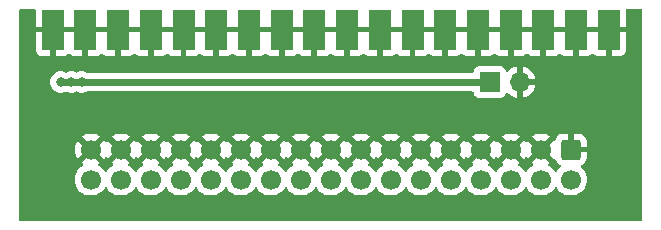
<source format=gbr>
%TF.GenerationSoftware,KiCad,Pcbnew,8.0.7*%
%TF.CreationDate,2025-01-12T23:09:12-06:00*%
%TF.ProjectId,DB37-to-IDC34-Floppy-Adapter,44423337-2d74-46f2-9d49-444333342d46,v1.0*%
%TF.SameCoordinates,Original*%
%TF.FileFunction,Copper,L2,Bot*%
%TF.FilePolarity,Positive*%
%FSLAX46Y46*%
G04 Gerber Fmt 4.6, Leading zero omitted, Abs format (unit mm)*
G04 Created by KiCad (PCBNEW 8.0.7) date 2025-01-12 23:09:12*
%MOMM*%
%LPD*%
G01*
G04 APERTURE LIST*
G04 Aperture macros list*
%AMRoundRect*
0 Rectangle with rounded corners*
0 $1 Rounding radius*
0 $2 $3 $4 $5 $6 $7 $8 $9 X,Y pos of 4 corners*
0 Add a 4 corners polygon primitive as box body*
4,1,4,$2,$3,$4,$5,$6,$7,$8,$9,$2,$3,0*
0 Add four circle primitives for the rounded corners*
1,1,$1+$1,$2,$3*
1,1,$1+$1,$4,$5*
1,1,$1+$1,$6,$7*
1,1,$1+$1,$8,$9*
0 Add four rect primitives between the rounded corners*
20,1,$1+$1,$2,$3,$4,$5,0*
20,1,$1+$1,$4,$5,$6,$7,0*
20,1,$1+$1,$6,$7,$8,$9,0*
20,1,$1+$1,$8,$9,$2,$3,0*%
G04 Aperture macros list end*
%TA.AperFunction,ComponentPad*%
%ADD10RoundRect,0.250000X-0.600000X0.600000X-0.600000X-0.600000X0.600000X-0.600000X0.600000X0.600000X0*%
%TD*%
%TA.AperFunction,ComponentPad*%
%ADD11C,1.700000*%
%TD*%
%TA.AperFunction,ComponentPad*%
%ADD12R,1.700000X1.700000*%
%TD*%
%TA.AperFunction,ComponentPad*%
%ADD13O,1.700000X1.700000*%
%TD*%
%TA.AperFunction,SMDPad,CuDef*%
%ADD14R,1.846667X3.480000*%
%TD*%
%TA.AperFunction,ViaPad*%
%ADD15C,0.800000*%
%TD*%
%TA.AperFunction,Conductor*%
%ADD16C,0.600000*%
%TD*%
G04 APERTURE END LIST*
D10*
%TO.P,J1,1,Pin_1*%
%TO.N,GND*%
X184150000Y-63500000D03*
D11*
%TO.P,J1,2,Pin_2*%
%TO.N,/SEL_8_5*%
X184150000Y-66040000D03*
%TO.P,J1,3,Pin_3*%
%TO.N,GND*%
X181610000Y-63500000D03*
%TO.P,J1,4,Pin_4*%
%TO.N,unconnected-(J1-Pin_4-Pad4)*%
X181610000Y-66040000D03*
%TO.P,J1,5,Pin_5*%
%TO.N,GND*%
X179070000Y-63500000D03*
%TO.P,J1,6,Pin_6*%
%TO.N,Net-(J1-Pin_6)*%
X179070000Y-66040000D03*
%TO.P,J1,7,Pin_7*%
%TO.N,GND*%
X176530000Y-63500000D03*
%TO.P,J1,8,Pin_8*%
%TO.N,/INDEX*%
X176530000Y-66040000D03*
%TO.P,J1,9,Pin_9*%
%TO.N,GND*%
X173990000Y-63500000D03*
%TO.P,J1,10,Pin_10*%
%TO.N,/DVSEL1*%
X173990000Y-66040000D03*
%TO.P,J1,11,Pin_11*%
%TO.N,GND*%
X171450000Y-63500000D03*
%TO.P,J1,12,Pin_12*%
%TO.N,/DVSEL2*%
X171450000Y-66040000D03*
%TO.P,J1,13,Pin_13*%
%TO.N,GND*%
X168910000Y-63500000D03*
%TO.P,J1,14,Pin_14*%
%TO.N,unconnected-(J1-Pin_14-Pad14)*%
X168910000Y-66040000D03*
%TO.P,J1,15,Pin_15*%
%TO.N,GND*%
X166370000Y-63500000D03*
%TO.P,J1,16,Pin_16*%
%TO.N,/HEAD_LOAD*%
X166370000Y-66040000D03*
%TO.P,J1,17,Pin_17*%
%TO.N,GND*%
X163830000Y-63500000D03*
%TO.P,J1,18,Pin_18*%
%TO.N,/STEP_IN*%
X163830000Y-66040000D03*
%TO.P,J1,19,Pin_19*%
%TO.N,GND*%
X161290000Y-63500000D03*
%TO.P,J1,20,Pin_20*%
%TO.N,/STEP*%
X161290000Y-66040000D03*
%TO.P,J1,21,Pin_21*%
%TO.N,GND*%
X158750000Y-63500000D03*
%TO.P,J1,22,Pin_22*%
%TO.N,/WRT_DATA*%
X158750000Y-66040000D03*
%TO.P,J1,23,Pin_23*%
%TO.N,GND*%
X156210000Y-63500000D03*
%TO.P,J1,24,Pin_24*%
%TO.N,/WRITE*%
X156210000Y-66040000D03*
%TO.P,J1,25,Pin_25*%
%TO.N,GND*%
X153670000Y-63500000D03*
%TO.P,J1,26,Pin_26*%
%TO.N,/TRK00*%
X153670000Y-66040000D03*
%TO.P,J1,27,Pin_27*%
%TO.N,GND*%
X151130000Y-63500000D03*
%TO.P,J1,28,Pin_28*%
%TO.N,/WRT_PROTECT*%
X151130000Y-66040000D03*
%TO.P,J1,29,Pin_29*%
%TO.N,GND*%
X148590000Y-63500000D03*
%TO.P,J1,30,Pin_30*%
%TO.N,/RDDATA*%
X148590000Y-66040000D03*
%TO.P,J1,31,Pin_31*%
%TO.N,GND*%
X146050000Y-63500000D03*
%TO.P,J1,32,Pin_32*%
%TO.N,/SIDE*%
X146050000Y-66040000D03*
%TO.P,J1,33,Pin_33*%
%TO.N,GND*%
X143510000Y-63500000D03*
%TO.P,J1,34,Pin_34*%
%TO.N,/READY*%
X143510000Y-66040000D03*
%TD*%
D12*
%TO.P,J3,1,Pin_1*%
%TO.N,+5V*%
X177292000Y-57785000D03*
D13*
%TO.P,J3,2,Pin_2*%
%TO.N,GND*%
X179832000Y-57785000D03*
%TD*%
D14*
%TO.P,J2,20,20*%
%TO.N,GND*%
X187375000Y-53340000D03*
%TO.P,J2,21,21*%
X184605000Y-53340000D03*
%TO.P,J2,22,22*%
X181835000Y-53340000D03*
%TO.P,J2,23,23*%
X179065000Y-53340000D03*
%TO.P,J2,24,24*%
X176295000Y-53340000D03*
%TO.P,J2,25,25*%
X173525000Y-53340000D03*
%TO.P,J2,26,26*%
X170755000Y-53340000D03*
%TO.P,J2,27,27*%
X167985000Y-53340000D03*
%TO.P,J2,28,28*%
X165215000Y-53340000D03*
%TO.P,J2,29,29*%
X162445000Y-53340000D03*
%TO.P,J2,30,30*%
X159675000Y-53340000D03*
%TO.P,J2,31,31*%
X156905000Y-53340000D03*
%TO.P,J2,32,32*%
X154135000Y-53340000D03*
%TO.P,J2,33,33*%
X151365000Y-53340000D03*
%TO.P,J2,34,34*%
X148595000Y-53340000D03*
%TO.P,J2,35,35*%
X145825000Y-53340000D03*
%TO.P,J2,36,36*%
X143055000Y-53340000D03*
%TO.P,J2,37,37*%
X140285000Y-53340000D03*
%TD*%
D15*
%TO.N,GND*%
X161417000Y-59309000D03*
X151130000Y-59309000D03*
X166243000Y-59309000D03*
X168783000Y-59309000D03*
X171450000Y-59309000D03*
X156210000Y-59309000D03*
X163830000Y-59309000D03*
X173863000Y-59309000D03*
X153670000Y-59309000D03*
X158877000Y-59309000D03*
%TO.N,+5V*%
X142748000Y-57785000D03*
X140970000Y-57785000D03*
X141859000Y-57785000D03*
%TD*%
D16*
%TO.N,+5V*%
X140970000Y-57785000D02*
X177292000Y-57785000D01*
X140970000Y-57785000D02*
X142748000Y-57785000D01*
%TD*%
%TA.AperFunction,Conductor*%
%TO.N,GND*%
G36*
X145584075Y-63692993D02*
G01*
X145649901Y-63807007D01*
X145742993Y-63900099D01*
X145857007Y-63965925D01*
X145920591Y-63982962D01*
X145288627Y-64614925D01*
X145364595Y-64668119D01*
X145408219Y-64722696D01*
X145415412Y-64792195D01*
X145383890Y-64854549D01*
X145364595Y-64871269D01*
X145178594Y-65001508D01*
X145011505Y-65168597D01*
X144881575Y-65354158D01*
X144826998Y-65397783D01*
X144757500Y-65404977D01*
X144695145Y-65373454D01*
X144678425Y-65354158D01*
X144548494Y-65168597D01*
X144381402Y-65001506D01*
X144381401Y-65001505D01*
X144195405Y-64871269D01*
X144151781Y-64816692D01*
X144144588Y-64747193D01*
X144176110Y-64684839D01*
X144195404Y-64668120D01*
X144271371Y-64614925D01*
X143639408Y-63982962D01*
X143702993Y-63965925D01*
X143817007Y-63900099D01*
X143910099Y-63807007D01*
X143975925Y-63692993D01*
X143992962Y-63629408D01*
X144624925Y-64261371D01*
X144678426Y-64184968D01*
X144733004Y-64141344D01*
X144802502Y-64134152D01*
X144864856Y-64165675D01*
X144881575Y-64184969D01*
X144935073Y-64261372D01*
X145567037Y-63629408D01*
X145584075Y-63692993D01*
G37*
%TD.AperFunction*%
%TA.AperFunction,Conductor*%
G36*
X148124075Y-63692993D02*
G01*
X148189901Y-63807007D01*
X148282993Y-63900099D01*
X148397007Y-63965925D01*
X148460591Y-63982962D01*
X147828627Y-64614925D01*
X147904595Y-64668119D01*
X147948219Y-64722696D01*
X147955412Y-64792195D01*
X147923890Y-64854549D01*
X147904595Y-64871269D01*
X147718594Y-65001508D01*
X147551505Y-65168597D01*
X147421575Y-65354158D01*
X147366998Y-65397783D01*
X147297500Y-65404977D01*
X147235145Y-65373454D01*
X147218425Y-65354158D01*
X147088494Y-65168597D01*
X146921402Y-65001506D01*
X146921401Y-65001505D01*
X146735405Y-64871269D01*
X146691781Y-64816692D01*
X146684588Y-64747193D01*
X146716110Y-64684839D01*
X146735404Y-64668120D01*
X146811371Y-64614925D01*
X146179408Y-63982962D01*
X146242993Y-63965925D01*
X146357007Y-63900099D01*
X146450099Y-63807007D01*
X146515925Y-63692993D01*
X146532962Y-63629408D01*
X147164925Y-64261371D01*
X147218426Y-64184968D01*
X147273004Y-64141344D01*
X147342502Y-64134152D01*
X147404856Y-64165675D01*
X147421575Y-64184969D01*
X147475073Y-64261372D01*
X148107037Y-63629408D01*
X148124075Y-63692993D01*
G37*
%TD.AperFunction*%
%TA.AperFunction,Conductor*%
G36*
X150664075Y-63692993D02*
G01*
X150729901Y-63807007D01*
X150822993Y-63900099D01*
X150937007Y-63965925D01*
X151000591Y-63982962D01*
X150368627Y-64614925D01*
X150444595Y-64668119D01*
X150488219Y-64722696D01*
X150495412Y-64792195D01*
X150463890Y-64854549D01*
X150444595Y-64871269D01*
X150258594Y-65001508D01*
X150091505Y-65168597D01*
X149961575Y-65354158D01*
X149906998Y-65397783D01*
X149837500Y-65404977D01*
X149775145Y-65373454D01*
X149758425Y-65354158D01*
X149628494Y-65168597D01*
X149461402Y-65001506D01*
X149461401Y-65001505D01*
X149275405Y-64871269D01*
X149231781Y-64816692D01*
X149224588Y-64747193D01*
X149256110Y-64684839D01*
X149275404Y-64668120D01*
X149351371Y-64614925D01*
X148719408Y-63982962D01*
X148782993Y-63965925D01*
X148897007Y-63900099D01*
X148990099Y-63807007D01*
X149055925Y-63692993D01*
X149072962Y-63629408D01*
X149704925Y-64261371D01*
X149758426Y-64184968D01*
X149813004Y-64141344D01*
X149882502Y-64134152D01*
X149944856Y-64165675D01*
X149961575Y-64184969D01*
X150015073Y-64261372D01*
X150647037Y-63629408D01*
X150664075Y-63692993D01*
G37*
%TD.AperFunction*%
%TA.AperFunction,Conductor*%
G36*
X153204075Y-63692993D02*
G01*
X153269901Y-63807007D01*
X153362993Y-63900099D01*
X153477007Y-63965925D01*
X153540591Y-63982962D01*
X152908627Y-64614925D01*
X152984595Y-64668119D01*
X153028219Y-64722696D01*
X153035412Y-64792195D01*
X153003890Y-64854549D01*
X152984595Y-64871269D01*
X152798594Y-65001508D01*
X152631505Y-65168597D01*
X152501575Y-65354158D01*
X152446998Y-65397783D01*
X152377500Y-65404977D01*
X152315145Y-65373454D01*
X152298425Y-65354158D01*
X152168494Y-65168597D01*
X152001402Y-65001506D01*
X152001401Y-65001505D01*
X151815405Y-64871269D01*
X151771781Y-64816692D01*
X151764588Y-64747193D01*
X151796110Y-64684839D01*
X151815404Y-64668120D01*
X151891371Y-64614925D01*
X151259408Y-63982962D01*
X151322993Y-63965925D01*
X151437007Y-63900099D01*
X151530099Y-63807007D01*
X151595925Y-63692993D01*
X151612962Y-63629408D01*
X152244925Y-64261371D01*
X152298426Y-64184968D01*
X152353004Y-64141344D01*
X152422502Y-64134152D01*
X152484856Y-64165675D01*
X152501575Y-64184969D01*
X152555073Y-64261372D01*
X153187037Y-63629408D01*
X153204075Y-63692993D01*
G37*
%TD.AperFunction*%
%TA.AperFunction,Conductor*%
G36*
X155744075Y-63692993D02*
G01*
X155809901Y-63807007D01*
X155902993Y-63900099D01*
X156017007Y-63965925D01*
X156080591Y-63982962D01*
X155448627Y-64614925D01*
X155524595Y-64668119D01*
X155568219Y-64722696D01*
X155575412Y-64792195D01*
X155543890Y-64854549D01*
X155524595Y-64871269D01*
X155338594Y-65001508D01*
X155171505Y-65168597D01*
X155041575Y-65354158D01*
X154986998Y-65397783D01*
X154917500Y-65404977D01*
X154855145Y-65373454D01*
X154838425Y-65354158D01*
X154708494Y-65168597D01*
X154541402Y-65001506D01*
X154541401Y-65001505D01*
X154355405Y-64871269D01*
X154311781Y-64816692D01*
X154304588Y-64747193D01*
X154336110Y-64684839D01*
X154355404Y-64668120D01*
X154431371Y-64614925D01*
X153799408Y-63982962D01*
X153862993Y-63965925D01*
X153977007Y-63900099D01*
X154070099Y-63807007D01*
X154135925Y-63692993D01*
X154152962Y-63629408D01*
X154784925Y-64261371D01*
X154838426Y-64184968D01*
X154893004Y-64141344D01*
X154962502Y-64134152D01*
X155024856Y-64165675D01*
X155041575Y-64184969D01*
X155095073Y-64261372D01*
X155727037Y-63629408D01*
X155744075Y-63692993D01*
G37*
%TD.AperFunction*%
%TA.AperFunction,Conductor*%
G36*
X158284075Y-63692993D02*
G01*
X158349901Y-63807007D01*
X158442993Y-63900099D01*
X158557007Y-63965925D01*
X158620591Y-63982962D01*
X157988627Y-64614925D01*
X158064595Y-64668119D01*
X158108219Y-64722696D01*
X158115412Y-64792195D01*
X158083890Y-64854549D01*
X158064595Y-64871269D01*
X157878594Y-65001508D01*
X157711505Y-65168597D01*
X157581575Y-65354158D01*
X157526998Y-65397783D01*
X157457500Y-65404977D01*
X157395145Y-65373454D01*
X157378425Y-65354158D01*
X157248494Y-65168597D01*
X157081402Y-65001506D01*
X157081401Y-65001505D01*
X156895405Y-64871269D01*
X156851781Y-64816692D01*
X156844588Y-64747193D01*
X156876110Y-64684839D01*
X156895404Y-64668120D01*
X156971371Y-64614925D01*
X156339408Y-63982962D01*
X156402993Y-63965925D01*
X156517007Y-63900099D01*
X156610099Y-63807007D01*
X156675925Y-63692993D01*
X156692962Y-63629408D01*
X157324925Y-64261371D01*
X157378426Y-64184968D01*
X157433004Y-64141344D01*
X157502502Y-64134152D01*
X157564856Y-64165675D01*
X157581575Y-64184969D01*
X157635073Y-64261372D01*
X158267037Y-63629408D01*
X158284075Y-63692993D01*
G37*
%TD.AperFunction*%
%TA.AperFunction,Conductor*%
G36*
X160824075Y-63692993D02*
G01*
X160889901Y-63807007D01*
X160982993Y-63900099D01*
X161097007Y-63965925D01*
X161160591Y-63982962D01*
X160528627Y-64614925D01*
X160604595Y-64668119D01*
X160648219Y-64722696D01*
X160655412Y-64792195D01*
X160623890Y-64854549D01*
X160604595Y-64871269D01*
X160418594Y-65001508D01*
X160251505Y-65168597D01*
X160121575Y-65354158D01*
X160066998Y-65397783D01*
X159997500Y-65404977D01*
X159935145Y-65373454D01*
X159918425Y-65354158D01*
X159788494Y-65168597D01*
X159621402Y-65001506D01*
X159621401Y-65001505D01*
X159435405Y-64871269D01*
X159391781Y-64816692D01*
X159384588Y-64747193D01*
X159416110Y-64684839D01*
X159435404Y-64668120D01*
X159511371Y-64614925D01*
X158879408Y-63982962D01*
X158942993Y-63965925D01*
X159057007Y-63900099D01*
X159150099Y-63807007D01*
X159215925Y-63692993D01*
X159232962Y-63629408D01*
X159864925Y-64261371D01*
X159918426Y-64184968D01*
X159973004Y-64141344D01*
X160042502Y-64134152D01*
X160104856Y-64165675D01*
X160121575Y-64184969D01*
X160175073Y-64261372D01*
X160807037Y-63629408D01*
X160824075Y-63692993D01*
G37*
%TD.AperFunction*%
%TA.AperFunction,Conductor*%
G36*
X163364075Y-63692993D02*
G01*
X163429901Y-63807007D01*
X163522993Y-63900099D01*
X163637007Y-63965925D01*
X163700591Y-63982962D01*
X163068627Y-64614925D01*
X163144595Y-64668119D01*
X163188219Y-64722696D01*
X163195412Y-64792195D01*
X163163890Y-64854549D01*
X163144595Y-64871269D01*
X162958594Y-65001508D01*
X162791505Y-65168597D01*
X162661575Y-65354158D01*
X162606998Y-65397783D01*
X162537500Y-65404977D01*
X162475145Y-65373454D01*
X162458425Y-65354158D01*
X162328494Y-65168597D01*
X162161402Y-65001506D01*
X162161401Y-65001505D01*
X161975405Y-64871269D01*
X161931781Y-64816692D01*
X161924588Y-64747193D01*
X161956110Y-64684839D01*
X161975404Y-64668120D01*
X162051371Y-64614925D01*
X161419408Y-63982962D01*
X161482993Y-63965925D01*
X161597007Y-63900099D01*
X161690099Y-63807007D01*
X161755925Y-63692993D01*
X161772962Y-63629408D01*
X162404925Y-64261371D01*
X162458426Y-64184968D01*
X162513004Y-64141344D01*
X162582502Y-64134152D01*
X162644856Y-64165675D01*
X162661575Y-64184969D01*
X162715073Y-64261372D01*
X163347037Y-63629408D01*
X163364075Y-63692993D01*
G37*
%TD.AperFunction*%
%TA.AperFunction,Conductor*%
G36*
X165904075Y-63692993D02*
G01*
X165969901Y-63807007D01*
X166062993Y-63900099D01*
X166177007Y-63965925D01*
X166240591Y-63982962D01*
X165608627Y-64614925D01*
X165684595Y-64668119D01*
X165728219Y-64722696D01*
X165735412Y-64792195D01*
X165703890Y-64854549D01*
X165684595Y-64871269D01*
X165498594Y-65001508D01*
X165331505Y-65168597D01*
X165201575Y-65354158D01*
X165146998Y-65397783D01*
X165077500Y-65404977D01*
X165015145Y-65373454D01*
X164998425Y-65354158D01*
X164868494Y-65168597D01*
X164701402Y-65001506D01*
X164701401Y-65001505D01*
X164515405Y-64871269D01*
X164471781Y-64816692D01*
X164464588Y-64747193D01*
X164496110Y-64684839D01*
X164515404Y-64668120D01*
X164591371Y-64614925D01*
X163959408Y-63982962D01*
X164022993Y-63965925D01*
X164137007Y-63900099D01*
X164230099Y-63807007D01*
X164295925Y-63692993D01*
X164312962Y-63629408D01*
X164944925Y-64261371D01*
X164998426Y-64184968D01*
X165053004Y-64141344D01*
X165122502Y-64134152D01*
X165184856Y-64165675D01*
X165201575Y-64184969D01*
X165255073Y-64261372D01*
X165887037Y-63629408D01*
X165904075Y-63692993D01*
G37*
%TD.AperFunction*%
%TA.AperFunction,Conductor*%
G36*
X168444075Y-63692993D02*
G01*
X168509901Y-63807007D01*
X168602993Y-63900099D01*
X168717007Y-63965925D01*
X168780591Y-63982962D01*
X168148627Y-64614925D01*
X168224595Y-64668119D01*
X168268219Y-64722696D01*
X168275412Y-64792195D01*
X168243890Y-64854549D01*
X168224595Y-64871269D01*
X168038594Y-65001508D01*
X167871505Y-65168597D01*
X167741575Y-65354158D01*
X167686998Y-65397783D01*
X167617500Y-65404977D01*
X167555145Y-65373454D01*
X167538425Y-65354158D01*
X167408494Y-65168597D01*
X167241402Y-65001506D01*
X167241401Y-65001505D01*
X167055405Y-64871269D01*
X167011781Y-64816692D01*
X167004588Y-64747193D01*
X167036110Y-64684839D01*
X167055404Y-64668120D01*
X167131371Y-64614925D01*
X166499408Y-63982962D01*
X166562993Y-63965925D01*
X166677007Y-63900099D01*
X166770099Y-63807007D01*
X166835925Y-63692993D01*
X166852962Y-63629408D01*
X167484925Y-64261371D01*
X167538426Y-64184968D01*
X167593004Y-64141344D01*
X167662502Y-64134152D01*
X167724856Y-64165675D01*
X167741575Y-64184969D01*
X167795073Y-64261372D01*
X168427037Y-63629408D01*
X168444075Y-63692993D01*
G37*
%TD.AperFunction*%
%TA.AperFunction,Conductor*%
G36*
X170984075Y-63692993D02*
G01*
X171049901Y-63807007D01*
X171142993Y-63900099D01*
X171257007Y-63965925D01*
X171320591Y-63982962D01*
X170688627Y-64614925D01*
X170764595Y-64668119D01*
X170808219Y-64722696D01*
X170815412Y-64792195D01*
X170783890Y-64854549D01*
X170764595Y-64871269D01*
X170578594Y-65001508D01*
X170411505Y-65168597D01*
X170281575Y-65354158D01*
X170226998Y-65397783D01*
X170157500Y-65404977D01*
X170095145Y-65373454D01*
X170078425Y-65354158D01*
X169948494Y-65168597D01*
X169781402Y-65001506D01*
X169781401Y-65001505D01*
X169595405Y-64871269D01*
X169551781Y-64816692D01*
X169544588Y-64747193D01*
X169576110Y-64684839D01*
X169595404Y-64668120D01*
X169671371Y-64614925D01*
X169039408Y-63982962D01*
X169102993Y-63965925D01*
X169217007Y-63900099D01*
X169310099Y-63807007D01*
X169375925Y-63692993D01*
X169392962Y-63629408D01*
X170024925Y-64261371D01*
X170078426Y-64184968D01*
X170133004Y-64141344D01*
X170202502Y-64134152D01*
X170264856Y-64165675D01*
X170281575Y-64184969D01*
X170335073Y-64261372D01*
X170967037Y-63629408D01*
X170984075Y-63692993D01*
G37*
%TD.AperFunction*%
%TA.AperFunction,Conductor*%
G36*
X173524075Y-63692993D02*
G01*
X173589901Y-63807007D01*
X173682993Y-63900099D01*
X173797007Y-63965925D01*
X173860591Y-63982962D01*
X173228627Y-64614925D01*
X173304595Y-64668119D01*
X173348219Y-64722696D01*
X173355412Y-64792195D01*
X173323890Y-64854549D01*
X173304595Y-64871269D01*
X173118594Y-65001508D01*
X172951505Y-65168597D01*
X172821575Y-65354158D01*
X172766998Y-65397783D01*
X172697500Y-65404977D01*
X172635145Y-65373454D01*
X172618425Y-65354158D01*
X172488494Y-65168597D01*
X172321402Y-65001506D01*
X172321401Y-65001505D01*
X172135405Y-64871269D01*
X172091781Y-64816692D01*
X172084588Y-64747193D01*
X172116110Y-64684839D01*
X172135404Y-64668120D01*
X172211371Y-64614925D01*
X171579408Y-63982962D01*
X171642993Y-63965925D01*
X171757007Y-63900099D01*
X171850099Y-63807007D01*
X171915925Y-63692993D01*
X171932962Y-63629408D01*
X172564925Y-64261371D01*
X172618426Y-64184968D01*
X172673004Y-64141344D01*
X172742502Y-64134152D01*
X172804856Y-64165675D01*
X172821575Y-64184969D01*
X172875073Y-64261372D01*
X173507037Y-63629408D01*
X173524075Y-63692993D01*
G37*
%TD.AperFunction*%
%TA.AperFunction,Conductor*%
G36*
X176064075Y-63692993D02*
G01*
X176129901Y-63807007D01*
X176222993Y-63900099D01*
X176337007Y-63965925D01*
X176400591Y-63982962D01*
X175768627Y-64614925D01*
X175844595Y-64668119D01*
X175888219Y-64722696D01*
X175895412Y-64792195D01*
X175863890Y-64854549D01*
X175844595Y-64871269D01*
X175658594Y-65001508D01*
X175491505Y-65168597D01*
X175361575Y-65354158D01*
X175306998Y-65397783D01*
X175237500Y-65404977D01*
X175175145Y-65373454D01*
X175158425Y-65354158D01*
X175028494Y-65168597D01*
X174861402Y-65001506D01*
X174861401Y-65001505D01*
X174675405Y-64871269D01*
X174631781Y-64816692D01*
X174624588Y-64747193D01*
X174656110Y-64684839D01*
X174675404Y-64668120D01*
X174751371Y-64614925D01*
X174119408Y-63982962D01*
X174182993Y-63965925D01*
X174297007Y-63900099D01*
X174390099Y-63807007D01*
X174455925Y-63692993D01*
X174472962Y-63629408D01*
X175104925Y-64261371D01*
X175158426Y-64184968D01*
X175213004Y-64141344D01*
X175282502Y-64134152D01*
X175344856Y-64165675D01*
X175361575Y-64184969D01*
X175415073Y-64261372D01*
X176047037Y-63629408D01*
X176064075Y-63692993D01*
G37*
%TD.AperFunction*%
%TA.AperFunction,Conductor*%
G36*
X178604075Y-63692993D02*
G01*
X178669901Y-63807007D01*
X178762993Y-63900099D01*
X178877007Y-63965925D01*
X178940591Y-63982962D01*
X178308627Y-64614925D01*
X178384595Y-64668119D01*
X178428219Y-64722696D01*
X178435412Y-64792195D01*
X178403890Y-64854549D01*
X178384595Y-64871269D01*
X178198594Y-65001508D01*
X178031505Y-65168597D01*
X177901575Y-65354158D01*
X177846998Y-65397783D01*
X177777500Y-65404977D01*
X177715145Y-65373454D01*
X177698425Y-65354158D01*
X177568494Y-65168597D01*
X177401402Y-65001506D01*
X177401401Y-65001505D01*
X177215405Y-64871269D01*
X177171781Y-64816692D01*
X177164588Y-64747193D01*
X177196110Y-64684839D01*
X177215404Y-64668120D01*
X177291371Y-64614925D01*
X176659408Y-63982962D01*
X176722993Y-63965925D01*
X176837007Y-63900099D01*
X176930099Y-63807007D01*
X176995925Y-63692993D01*
X177012962Y-63629408D01*
X177644925Y-64261371D01*
X177698426Y-64184968D01*
X177753004Y-64141344D01*
X177822502Y-64134152D01*
X177884856Y-64165675D01*
X177901575Y-64184969D01*
X177955073Y-64261372D01*
X178587037Y-63629408D01*
X178604075Y-63692993D01*
G37*
%TD.AperFunction*%
%TA.AperFunction,Conductor*%
G36*
X181144075Y-63692993D02*
G01*
X181209901Y-63807007D01*
X181302993Y-63900099D01*
X181417007Y-63965925D01*
X181480591Y-63982962D01*
X180848627Y-64614925D01*
X180924595Y-64668119D01*
X180968219Y-64722696D01*
X180975412Y-64792195D01*
X180943890Y-64854549D01*
X180924595Y-64871269D01*
X180738594Y-65001508D01*
X180571505Y-65168597D01*
X180441575Y-65354158D01*
X180386998Y-65397783D01*
X180317500Y-65404977D01*
X180255145Y-65373454D01*
X180238425Y-65354158D01*
X180108494Y-65168597D01*
X179941402Y-65001506D01*
X179941401Y-65001505D01*
X179755405Y-64871269D01*
X179711781Y-64816692D01*
X179704588Y-64747193D01*
X179736110Y-64684839D01*
X179755404Y-64668120D01*
X179831371Y-64614925D01*
X179199408Y-63982962D01*
X179262993Y-63965925D01*
X179377007Y-63900099D01*
X179470099Y-63807007D01*
X179535925Y-63692993D01*
X179552962Y-63629408D01*
X180184925Y-64261371D01*
X180238426Y-64184968D01*
X180293004Y-64141344D01*
X180362502Y-64134152D01*
X180424856Y-64165675D01*
X180441575Y-64184969D01*
X180495073Y-64261372D01*
X181127037Y-63629408D01*
X181144075Y-63692993D01*
G37*
%TD.AperFunction*%
%TA.AperFunction,Conductor*%
G36*
X182729157Y-64265603D02*
G01*
X182781704Y-64276164D01*
X182831887Y-64324779D01*
X182841717Y-64346921D01*
X182865641Y-64419119D01*
X182865643Y-64419124D01*
X182957684Y-64568345D01*
X183081654Y-64692315D01*
X183230875Y-64784356D01*
X183230882Y-64784359D01*
X183239712Y-64787285D01*
X183297157Y-64827057D01*
X183323981Y-64891572D01*
X183311667Y-64960348D01*
X183282318Y-64997567D01*
X183282427Y-64997676D01*
X183281511Y-64998591D01*
X183280419Y-64999977D01*
X183278597Y-65001505D01*
X183111505Y-65168597D01*
X182981575Y-65354158D01*
X182926998Y-65397783D01*
X182857500Y-65404977D01*
X182795145Y-65373454D01*
X182778425Y-65354158D01*
X182648494Y-65168597D01*
X182481402Y-65001506D01*
X182481401Y-65001505D01*
X182295405Y-64871269D01*
X182251781Y-64816692D01*
X182244588Y-64747193D01*
X182276110Y-64684839D01*
X182295404Y-64668120D01*
X182371371Y-64614925D01*
X181739408Y-63982962D01*
X181802993Y-63965925D01*
X181917007Y-63900099D01*
X182010099Y-63807007D01*
X182075925Y-63692993D01*
X182092962Y-63629408D01*
X182729157Y-64265603D01*
G37*
%TD.AperFunction*%
%TA.AperFunction,Conductor*%
G36*
X138804705Y-51602785D02*
G01*
X138850460Y-51655589D01*
X138861666Y-51707100D01*
X138861666Y-53090000D01*
X188798334Y-53090000D01*
X188798334Y-51707100D01*
X188818019Y-51640061D01*
X188870823Y-51594306D01*
X188922334Y-51583100D01*
X190075500Y-51583100D01*
X190142539Y-51602785D01*
X190188294Y-51655589D01*
X190199500Y-51707100D01*
X190199500Y-69425500D01*
X190179815Y-69492539D01*
X190127011Y-69538294D01*
X190075500Y-69549500D01*
X137584500Y-69549500D01*
X137517461Y-69529815D01*
X137471706Y-69477011D01*
X137460500Y-69425500D01*
X137460500Y-66039999D01*
X142154341Y-66039999D01*
X142154341Y-66040000D01*
X142174936Y-66275403D01*
X142174938Y-66275413D01*
X142236094Y-66503655D01*
X142236096Y-66503659D01*
X142236097Y-66503663D01*
X142240000Y-66512032D01*
X142335965Y-66717830D01*
X142335967Y-66717834D01*
X142444281Y-66872521D01*
X142471505Y-66911401D01*
X142638599Y-67078495D01*
X142735384Y-67146265D01*
X142832165Y-67214032D01*
X142832167Y-67214033D01*
X142832170Y-67214035D01*
X143046337Y-67313903D01*
X143274592Y-67375063D01*
X143462918Y-67391539D01*
X143509999Y-67395659D01*
X143510000Y-67395659D01*
X143510001Y-67395659D01*
X143549234Y-67392226D01*
X143745408Y-67375063D01*
X143973663Y-67313903D01*
X144187830Y-67214035D01*
X144381401Y-67078495D01*
X144548495Y-66911401D01*
X144678425Y-66725842D01*
X144733002Y-66682217D01*
X144802500Y-66675023D01*
X144864855Y-66706546D01*
X144881575Y-66725842D01*
X145011500Y-66911395D01*
X145011505Y-66911401D01*
X145178599Y-67078495D01*
X145275384Y-67146265D01*
X145372165Y-67214032D01*
X145372167Y-67214033D01*
X145372170Y-67214035D01*
X145586337Y-67313903D01*
X145814592Y-67375063D01*
X146002918Y-67391539D01*
X146049999Y-67395659D01*
X146050000Y-67395659D01*
X146050001Y-67395659D01*
X146089234Y-67392226D01*
X146285408Y-67375063D01*
X146513663Y-67313903D01*
X146727830Y-67214035D01*
X146921401Y-67078495D01*
X147088495Y-66911401D01*
X147218425Y-66725842D01*
X147273002Y-66682217D01*
X147342500Y-66675023D01*
X147404855Y-66706546D01*
X147421575Y-66725842D01*
X147551500Y-66911395D01*
X147551505Y-66911401D01*
X147718599Y-67078495D01*
X147815384Y-67146265D01*
X147912165Y-67214032D01*
X147912167Y-67214033D01*
X147912170Y-67214035D01*
X148126337Y-67313903D01*
X148354592Y-67375063D01*
X148542918Y-67391539D01*
X148589999Y-67395659D01*
X148590000Y-67395659D01*
X148590001Y-67395659D01*
X148629234Y-67392226D01*
X148825408Y-67375063D01*
X149053663Y-67313903D01*
X149267830Y-67214035D01*
X149461401Y-67078495D01*
X149628495Y-66911401D01*
X149758425Y-66725842D01*
X149813002Y-66682217D01*
X149882500Y-66675023D01*
X149944855Y-66706546D01*
X149961575Y-66725842D01*
X150091500Y-66911395D01*
X150091505Y-66911401D01*
X150258599Y-67078495D01*
X150355384Y-67146265D01*
X150452165Y-67214032D01*
X150452167Y-67214033D01*
X150452170Y-67214035D01*
X150666337Y-67313903D01*
X150894592Y-67375063D01*
X151082918Y-67391539D01*
X151129999Y-67395659D01*
X151130000Y-67395659D01*
X151130001Y-67395659D01*
X151169234Y-67392226D01*
X151365408Y-67375063D01*
X151593663Y-67313903D01*
X151807830Y-67214035D01*
X152001401Y-67078495D01*
X152168495Y-66911401D01*
X152298425Y-66725842D01*
X152353002Y-66682217D01*
X152422500Y-66675023D01*
X152484855Y-66706546D01*
X152501575Y-66725842D01*
X152631500Y-66911395D01*
X152631505Y-66911401D01*
X152798599Y-67078495D01*
X152895384Y-67146265D01*
X152992165Y-67214032D01*
X152992167Y-67214033D01*
X152992170Y-67214035D01*
X153206337Y-67313903D01*
X153434592Y-67375063D01*
X153622918Y-67391539D01*
X153669999Y-67395659D01*
X153670000Y-67395659D01*
X153670001Y-67395659D01*
X153709234Y-67392226D01*
X153905408Y-67375063D01*
X154133663Y-67313903D01*
X154347830Y-67214035D01*
X154541401Y-67078495D01*
X154708495Y-66911401D01*
X154838425Y-66725842D01*
X154893002Y-66682217D01*
X154962500Y-66675023D01*
X155024855Y-66706546D01*
X155041575Y-66725842D01*
X155171500Y-66911395D01*
X155171505Y-66911401D01*
X155338599Y-67078495D01*
X155435384Y-67146265D01*
X155532165Y-67214032D01*
X155532167Y-67214033D01*
X155532170Y-67214035D01*
X155746337Y-67313903D01*
X155974592Y-67375063D01*
X156162918Y-67391539D01*
X156209999Y-67395659D01*
X156210000Y-67395659D01*
X156210001Y-67395659D01*
X156249234Y-67392226D01*
X156445408Y-67375063D01*
X156673663Y-67313903D01*
X156887830Y-67214035D01*
X157081401Y-67078495D01*
X157248495Y-66911401D01*
X157378425Y-66725842D01*
X157433002Y-66682217D01*
X157502500Y-66675023D01*
X157564855Y-66706546D01*
X157581575Y-66725842D01*
X157711500Y-66911395D01*
X157711505Y-66911401D01*
X157878599Y-67078495D01*
X157975384Y-67146265D01*
X158072165Y-67214032D01*
X158072167Y-67214033D01*
X158072170Y-67214035D01*
X158286337Y-67313903D01*
X158514592Y-67375063D01*
X158702918Y-67391539D01*
X158749999Y-67395659D01*
X158750000Y-67395659D01*
X158750001Y-67395659D01*
X158789234Y-67392226D01*
X158985408Y-67375063D01*
X159213663Y-67313903D01*
X159427830Y-67214035D01*
X159621401Y-67078495D01*
X159788495Y-66911401D01*
X159918425Y-66725842D01*
X159973002Y-66682217D01*
X160042500Y-66675023D01*
X160104855Y-66706546D01*
X160121575Y-66725842D01*
X160251500Y-66911395D01*
X160251505Y-66911401D01*
X160418599Y-67078495D01*
X160515384Y-67146265D01*
X160612165Y-67214032D01*
X160612167Y-67214033D01*
X160612170Y-67214035D01*
X160826337Y-67313903D01*
X161054592Y-67375063D01*
X161242918Y-67391539D01*
X161289999Y-67395659D01*
X161290000Y-67395659D01*
X161290001Y-67395659D01*
X161329234Y-67392226D01*
X161525408Y-67375063D01*
X161753663Y-67313903D01*
X161967830Y-67214035D01*
X162161401Y-67078495D01*
X162328495Y-66911401D01*
X162458425Y-66725842D01*
X162513002Y-66682217D01*
X162582500Y-66675023D01*
X162644855Y-66706546D01*
X162661575Y-66725842D01*
X162791500Y-66911395D01*
X162791505Y-66911401D01*
X162958599Y-67078495D01*
X163055384Y-67146265D01*
X163152165Y-67214032D01*
X163152167Y-67214033D01*
X163152170Y-67214035D01*
X163366337Y-67313903D01*
X163594592Y-67375063D01*
X163782918Y-67391539D01*
X163829999Y-67395659D01*
X163830000Y-67395659D01*
X163830001Y-67395659D01*
X163869234Y-67392226D01*
X164065408Y-67375063D01*
X164293663Y-67313903D01*
X164507830Y-67214035D01*
X164701401Y-67078495D01*
X164868495Y-66911401D01*
X164998425Y-66725842D01*
X165053002Y-66682217D01*
X165122500Y-66675023D01*
X165184855Y-66706546D01*
X165201575Y-66725842D01*
X165331500Y-66911395D01*
X165331505Y-66911401D01*
X165498599Y-67078495D01*
X165595384Y-67146265D01*
X165692165Y-67214032D01*
X165692167Y-67214033D01*
X165692170Y-67214035D01*
X165906337Y-67313903D01*
X166134592Y-67375063D01*
X166322918Y-67391539D01*
X166369999Y-67395659D01*
X166370000Y-67395659D01*
X166370001Y-67395659D01*
X166409234Y-67392226D01*
X166605408Y-67375063D01*
X166833663Y-67313903D01*
X167047830Y-67214035D01*
X167241401Y-67078495D01*
X167408495Y-66911401D01*
X167538425Y-66725842D01*
X167593002Y-66682217D01*
X167662500Y-66675023D01*
X167724855Y-66706546D01*
X167741575Y-66725842D01*
X167871500Y-66911395D01*
X167871505Y-66911401D01*
X168038599Y-67078495D01*
X168135384Y-67146265D01*
X168232165Y-67214032D01*
X168232167Y-67214033D01*
X168232170Y-67214035D01*
X168446337Y-67313903D01*
X168674592Y-67375063D01*
X168862918Y-67391539D01*
X168909999Y-67395659D01*
X168910000Y-67395659D01*
X168910001Y-67395659D01*
X168949234Y-67392226D01*
X169145408Y-67375063D01*
X169373663Y-67313903D01*
X169587830Y-67214035D01*
X169781401Y-67078495D01*
X169948495Y-66911401D01*
X170078425Y-66725842D01*
X170133002Y-66682217D01*
X170202500Y-66675023D01*
X170264855Y-66706546D01*
X170281575Y-66725842D01*
X170411500Y-66911395D01*
X170411505Y-66911401D01*
X170578599Y-67078495D01*
X170675384Y-67146265D01*
X170772165Y-67214032D01*
X170772167Y-67214033D01*
X170772170Y-67214035D01*
X170986337Y-67313903D01*
X171214592Y-67375063D01*
X171402918Y-67391539D01*
X171449999Y-67395659D01*
X171450000Y-67395659D01*
X171450001Y-67395659D01*
X171489234Y-67392226D01*
X171685408Y-67375063D01*
X171913663Y-67313903D01*
X172127830Y-67214035D01*
X172321401Y-67078495D01*
X172488495Y-66911401D01*
X172618425Y-66725842D01*
X172673002Y-66682217D01*
X172742500Y-66675023D01*
X172804855Y-66706546D01*
X172821575Y-66725842D01*
X172951500Y-66911395D01*
X172951505Y-66911401D01*
X173118599Y-67078495D01*
X173215384Y-67146265D01*
X173312165Y-67214032D01*
X173312167Y-67214033D01*
X173312170Y-67214035D01*
X173526337Y-67313903D01*
X173754592Y-67375063D01*
X173942918Y-67391539D01*
X173989999Y-67395659D01*
X173990000Y-67395659D01*
X173990001Y-67395659D01*
X174029234Y-67392226D01*
X174225408Y-67375063D01*
X174453663Y-67313903D01*
X174667830Y-67214035D01*
X174861401Y-67078495D01*
X175028495Y-66911401D01*
X175158425Y-66725842D01*
X175213002Y-66682217D01*
X175282500Y-66675023D01*
X175344855Y-66706546D01*
X175361575Y-66725842D01*
X175491500Y-66911395D01*
X175491505Y-66911401D01*
X175658599Y-67078495D01*
X175755384Y-67146265D01*
X175852165Y-67214032D01*
X175852167Y-67214033D01*
X175852170Y-67214035D01*
X176066337Y-67313903D01*
X176294592Y-67375063D01*
X176482918Y-67391539D01*
X176529999Y-67395659D01*
X176530000Y-67395659D01*
X176530001Y-67395659D01*
X176569234Y-67392226D01*
X176765408Y-67375063D01*
X176993663Y-67313903D01*
X177207830Y-67214035D01*
X177401401Y-67078495D01*
X177568495Y-66911401D01*
X177698425Y-66725842D01*
X177753002Y-66682217D01*
X177822500Y-66675023D01*
X177884855Y-66706546D01*
X177901575Y-66725842D01*
X178031500Y-66911395D01*
X178031505Y-66911401D01*
X178198599Y-67078495D01*
X178295384Y-67146265D01*
X178392165Y-67214032D01*
X178392167Y-67214033D01*
X178392170Y-67214035D01*
X178606337Y-67313903D01*
X178834592Y-67375063D01*
X179022918Y-67391539D01*
X179069999Y-67395659D01*
X179070000Y-67395659D01*
X179070001Y-67395659D01*
X179109234Y-67392226D01*
X179305408Y-67375063D01*
X179533663Y-67313903D01*
X179747830Y-67214035D01*
X179941401Y-67078495D01*
X180108495Y-66911401D01*
X180238425Y-66725842D01*
X180293002Y-66682217D01*
X180362500Y-66675023D01*
X180424855Y-66706546D01*
X180441575Y-66725842D01*
X180571500Y-66911395D01*
X180571505Y-66911401D01*
X180738599Y-67078495D01*
X180835384Y-67146265D01*
X180932165Y-67214032D01*
X180932167Y-67214033D01*
X180932170Y-67214035D01*
X181146337Y-67313903D01*
X181374592Y-67375063D01*
X181562918Y-67391539D01*
X181609999Y-67395659D01*
X181610000Y-67395659D01*
X181610001Y-67395659D01*
X181649234Y-67392226D01*
X181845408Y-67375063D01*
X182073663Y-67313903D01*
X182287830Y-67214035D01*
X182481401Y-67078495D01*
X182648495Y-66911401D01*
X182778425Y-66725842D01*
X182833002Y-66682217D01*
X182902500Y-66675023D01*
X182964855Y-66706546D01*
X182981575Y-66725842D01*
X183111500Y-66911395D01*
X183111505Y-66911401D01*
X183278599Y-67078495D01*
X183375384Y-67146265D01*
X183472165Y-67214032D01*
X183472167Y-67214033D01*
X183472170Y-67214035D01*
X183686337Y-67313903D01*
X183914592Y-67375063D01*
X184102918Y-67391539D01*
X184149999Y-67395659D01*
X184150000Y-67395659D01*
X184150001Y-67395659D01*
X184189234Y-67392226D01*
X184385408Y-67375063D01*
X184613663Y-67313903D01*
X184827830Y-67214035D01*
X185021401Y-67078495D01*
X185188495Y-66911401D01*
X185324035Y-66717830D01*
X185423903Y-66503663D01*
X185485063Y-66275408D01*
X185505659Y-66040000D01*
X185485063Y-65804592D01*
X185423903Y-65576337D01*
X185324035Y-65362171D01*
X185318425Y-65354158D01*
X185188494Y-65168597D01*
X185021401Y-65001505D01*
X185019579Y-64999976D01*
X185018996Y-64999100D01*
X185017573Y-64997677D01*
X185017859Y-64997390D01*
X184980880Y-64941802D01*
X184979776Y-64871941D01*
X185016616Y-64812573D01*
X185060289Y-64787284D01*
X185069120Y-64784357D01*
X185069124Y-64784356D01*
X185218345Y-64692315D01*
X185342315Y-64568345D01*
X185434356Y-64419124D01*
X185434358Y-64419119D01*
X185489505Y-64252697D01*
X185489506Y-64252690D01*
X185499999Y-64149986D01*
X185500000Y-64149973D01*
X185500000Y-63750000D01*
X184583012Y-63750000D01*
X184615925Y-63692993D01*
X184650000Y-63565826D01*
X184650000Y-63434174D01*
X184615925Y-63307007D01*
X184583012Y-63250000D01*
X185499999Y-63250000D01*
X185499999Y-62850028D01*
X185499998Y-62850013D01*
X185489505Y-62747302D01*
X185434358Y-62580880D01*
X185434356Y-62580875D01*
X185342315Y-62431654D01*
X185218345Y-62307684D01*
X185069124Y-62215643D01*
X185069119Y-62215641D01*
X184902697Y-62160494D01*
X184902690Y-62160493D01*
X184799986Y-62150000D01*
X184400000Y-62150000D01*
X184400000Y-63066988D01*
X184342993Y-63034075D01*
X184215826Y-63000000D01*
X184084174Y-63000000D01*
X183957007Y-63034075D01*
X183900000Y-63066988D01*
X183900000Y-62150000D01*
X183500028Y-62150000D01*
X183500012Y-62150001D01*
X183397302Y-62160494D01*
X183230880Y-62215641D01*
X183230875Y-62215643D01*
X183081654Y-62307684D01*
X182957684Y-62431654D01*
X182865643Y-62580875D01*
X182865641Y-62580880D01*
X182841718Y-62653077D01*
X182801945Y-62710522D01*
X182737429Y-62737345D01*
X182726087Y-62737464D01*
X182092962Y-63370590D01*
X182075925Y-63307007D01*
X182010099Y-63192993D01*
X181917007Y-63099901D01*
X181802993Y-63034075D01*
X181739409Y-63017037D01*
X182371372Y-62385073D01*
X182287576Y-62326398D01*
X182073492Y-62226570D01*
X182073483Y-62226566D01*
X181845326Y-62165432D01*
X181845315Y-62165430D01*
X181610002Y-62144843D01*
X181609998Y-62144843D01*
X181374684Y-62165430D01*
X181374673Y-62165432D01*
X181146516Y-62226566D01*
X181146507Y-62226570D01*
X180932423Y-62326399D01*
X180932421Y-62326400D01*
X180848627Y-62385073D01*
X180848626Y-62385073D01*
X181480591Y-63017037D01*
X181417007Y-63034075D01*
X181302993Y-63099901D01*
X181209901Y-63192993D01*
X181144075Y-63307007D01*
X181127037Y-63370590D01*
X180495073Y-62738626D01*
X180495073Y-62738627D01*
X180441575Y-62815031D01*
X180386999Y-62858656D01*
X180317500Y-62865850D01*
X180255145Y-62834327D01*
X180238425Y-62815032D01*
X180184925Y-62738626D01*
X179552962Y-63370590D01*
X179535925Y-63307007D01*
X179470099Y-63192993D01*
X179377007Y-63099901D01*
X179262993Y-63034075D01*
X179199409Y-63017037D01*
X179831372Y-62385073D01*
X179747576Y-62326398D01*
X179533492Y-62226570D01*
X179533483Y-62226566D01*
X179305326Y-62165432D01*
X179305315Y-62165430D01*
X179070002Y-62144843D01*
X179069998Y-62144843D01*
X178834684Y-62165430D01*
X178834673Y-62165432D01*
X178606516Y-62226566D01*
X178606507Y-62226570D01*
X178392423Y-62326399D01*
X178392421Y-62326400D01*
X178308627Y-62385073D01*
X178308626Y-62385073D01*
X178940591Y-63017037D01*
X178877007Y-63034075D01*
X178762993Y-63099901D01*
X178669901Y-63192993D01*
X178604075Y-63307007D01*
X178587037Y-63370590D01*
X177955073Y-62738626D01*
X177955073Y-62738627D01*
X177901575Y-62815031D01*
X177846999Y-62858656D01*
X177777500Y-62865850D01*
X177715145Y-62834327D01*
X177698425Y-62815032D01*
X177644925Y-62738626D01*
X177012962Y-63370590D01*
X176995925Y-63307007D01*
X176930099Y-63192993D01*
X176837007Y-63099901D01*
X176722993Y-63034075D01*
X176659409Y-63017037D01*
X177291372Y-62385073D01*
X177207576Y-62326398D01*
X176993492Y-62226570D01*
X176993483Y-62226566D01*
X176765326Y-62165432D01*
X176765315Y-62165430D01*
X176530002Y-62144843D01*
X176529998Y-62144843D01*
X176294684Y-62165430D01*
X176294673Y-62165432D01*
X176066516Y-62226566D01*
X176066507Y-62226570D01*
X175852423Y-62326399D01*
X175852421Y-62326400D01*
X175768627Y-62385073D01*
X175768626Y-62385073D01*
X176400591Y-63017037D01*
X176337007Y-63034075D01*
X176222993Y-63099901D01*
X176129901Y-63192993D01*
X176064075Y-63307007D01*
X176047037Y-63370590D01*
X175415073Y-62738626D01*
X175415073Y-62738627D01*
X175361575Y-62815031D01*
X175306999Y-62858656D01*
X175237500Y-62865850D01*
X175175145Y-62834327D01*
X175158425Y-62815032D01*
X175104925Y-62738626D01*
X174472962Y-63370590D01*
X174455925Y-63307007D01*
X174390099Y-63192993D01*
X174297007Y-63099901D01*
X174182993Y-63034075D01*
X174119409Y-63017037D01*
X174751372Y-62385073D01*
X174667576Y-62326398D01*
X174453492Y-62226570D01*
X174453483Y-62226566D01*
X174225326Y-62165432D01*
X174225315Y-62165430D01*
X173990002Y-62144843D01*
X173989998Y-62144843D01*
X173754684Y-62165430D01*
X173754673Y-62165432D01*
X173526516Y-62226566D01*
X173526507Y-62226570D01*
X173312423Y-62326399D01*
X173312421Y-62326400D01*
X173228627Y-62385073D01*
X173228626Y-62385073D01*
X173860591Y-63017037D01*
X173797007Y-63034075D01*
X173682993Y-63099901D01*
X173589901Y-63192993D01*
X173524075Y-63307007D01*
X173507037Y-63370590D01*
X172875073Y-62738626D01*
X172875073Y-62738627D01*
X172821575Y-62815031D01*
X172766999Y-62858656D01*
X172697500Y-62865850D01*
X172635145Y-62834327D01*
X172618425Y-62815032D01*
X172564925Y-62738626D01*
X171932962Y-63370590D01*
X171915925Y-63307007D01*
X171850099Y-63192993D01*
X171757007Y-63099901D01*
X171642993Y-63034075D01*
X171579409Y-63017037D01*
X172211372Y-62385073D01*
X172127576Y-62326398D01*
X171913492Y-62226570D01*
X171913483Y-62226566D01*
X171685326Y-62165432D01*
X171685315Y-62165430D01*
X171450002Y-62144843D01*
X171449998Y-62144843D01*
X171214684Y-62165430D01*
X171214673Y-62165432D01*
X170986516Y-62226566D01*
X170986507Y-62226570D01*
X170772423Y-62326399D01*
X170772421Y-62326400D01*
X170688627Y-62385073D01*
X170688626Y-62385073D01*
X171320591Y-63017037D01*
X171257007Y-63034075D01*
X171142993Y-63099901D01*
X171049901Y-63192993D01*
X170984075Y-63307007D01*
X170967037Y-63370590D01*
X170335073Y-62738626D01*
X170335073Y-62738627D01*
X170281575Y-62815031D01*
X170226999Y-62858656D01*
X170157500Y-62865850D01*
X170095145Y-62834327D01*
X170078425Y-62815032D01*
X170024925Y-62738626D01*
X169392962Y-63370590D01*
X169375925Y-63307007D01*
X169310099Y-63192993D01*
X169217007Y-63099901D01*
X169102993Y-63034075D01*
X169039409Y-63017037D01*
X169671372Y-62385073D01*
X169587576Y-62326398D01*
X169373492Y-62226570D01*
X169373483Y-62226566D01*
X169145326Y-62165432D01*
X169145315Y-62165430D01*
X168910002Y-62144843D01*
X168909998Y-62144843D01*
X168674684Y-62165430D01*
X168674673Y-62165432D01*
X168446516Y-62226566D01*
X168446507Y-62226570D01*
X168232423Y-62326399D01*
X168232421Y-62326400D01*
X168148627Y-62385073D01*
X168148626Y-62385073D01*
X168780591Y-63017037D01*
X168717007Y-63034075D01*
X168602993Y-63099901D01*
X168509901Y-63192993D01*
X168444075Y-63307007D01*
X168427037Y-63370590D01*
X167795073Y-62738626D01*
X167795073Y-62738627D01*
X167741575Y-62815031D01*
X167686999Y-62858656D01*
X167617500Y-62865850D01*
X167555145Y-62834327D01*
X167538425Y-62815032D01*
X167484925Y-62738626D01*
X166852962Y-63370590D01*
X166835925Y-63307007D01*
X166770099Y-63192993D01*
X166677007Y-63099901D01*
X166562993Y-63034075D01*
X166499409Y-63017037D01*
X167131372Y-62385073D01*
X167047576Y-62326398D01*
X166833492Y-62226570D01*
X166833483Y-62226566D01*
X166605326Y-62165432D01*
X166605315Y-62165430D01*
X166370002Y-62144843D01*
X166369998Y-62144843D01*
X166134684Y-62165430D01*
X166134673Y-62165432D01*
X165906516Y-62226566D01*
X165906507Y-62226570D01*
X165692423Y-62326399D01*
X165692421Y-62326400D01*
X165608627Y-62385073D01*
X165608626Y-62385073D01*
X166240591Y-63017037D01*
X166177007Y-63034075D01*
X166062993Y-63099901D01*
X165969901Y-63192993D01*
X165904075Y-63307007D01*
X165887037Y-63370590D01*
X165255073Y-62738626D01*
X165255073Y-62738627D01*
X165201575Y-62815031D01*
X165146999Y-62858656D01*
X165077500Y-62865850D01*
X165015145Y-62834327D01*
X164998425Y-62815032D01*
X164944925Y-62738626D01*
X164312962Y-63370590D01*
X164295925Y-63307007D01*
X164230099Y-63192993D01*
X164137007Y-63099901D01*
X164022993Y-63034075D01*
X163959409Y-63017037D01*
X164591372Y-62385073D01*
X164507576Y-62326398D01*
X164293492Y-62226570D01*
X164293483Y-62226566D01*
X164065326Y-62165432D01*
X164065315Y-62165430D01*
X163830002Y-62144843D01*
X163829998Y-62144843D01*
X163594684Y-62165430D01*
X163594673Y-62165432D01*
X163366516Y-62226566D01*
X163366507Y-62226570D01*
X163152423Y-62326399D01*
X163152421Y-62326400D01*
X163068627Y-62385073D01*
X163068626Y-62385073D01*
X163700591Y-63017037D01*
X163637007Y-63034075D01*
X163522993Y-63099901D01*
X163429901Y-63192993D01*
X163364075Y-63307007D01*
X163347037Y-63370590D01*
X162715073Y-62738626D01*
X162715073Y-62738627D01*
X162661575Y-62815031D01*
X162606999Y-62858656D01*
X162537500Y-62865850D01*
X162475145Y-62834327D01*
X162458425Y-62815032D01*
X162404925Y-62738626D01*
X161772962Y-63370590D01*
X161755925Y-63307007D01*
X161690099Y-63192993D01*
X161597007Y-63099901D01*
X161482993Y-63034075D01*
X161419409Y-63017037D01*
X162051372Y-62385073D01*
X161967576Y-62326398D01*
X161753492Y-62226570D01*
X161753483Y-62226566D01*
X161525326Y-62165432D01*
X161525315Y-62165430D01*
X161290002Y-62144843D01*
X161289998Y-62144843D01*
X161054684Y-62165430D01*
X161054673Y-62165432D01*
X160826516Y-62226566D01*
X160826507Y-62226570D01*
X160612423Y-62326399D01*
X160612421Y-62326400D01*
X160528627Y-62385073D01*
X160528626Y-62385073D01*
X161160591Y-63017037D01*
X161097007Y-63034075D01*
X160982993Y-63099901D01*
X160889901Y-63192993D01*
X160824075Y-63307007D01*
X160807037Y-63370590D01*
X160175073Y-62738626D01*
X160175073Y-62738627D01*
X160121575Y-62815031D01*
X160066999Y-62858656D01*
X159997500Y-62865850D01*
X159935145Y-62834327D01*
X159918425Y-62815032D01*
X159864925Y-62738626D01*
X159232962Y-63370590D01*
X159215925Y-63307007D01*
X159150099Y-63192993D01*
X159057007Y-63099901D01*
X158942993Y-63034075D01*
X158879409Y-63017037D01*
X159511372Y-62385073D01*
X159427576Y-62326398D01*
X159213492Y-62226570D01*
X159213483Y-62226566D01*
X158985326Y-62165432D01*
X158985315Y-62165430D01*
X158750002Y-62144843D01*
X158749998Y-62144843D01*
X158514684Y-62165430D01*
X158514673Y-62165432D01*
X158286516Y-62226566D01*
X158286507Y-62226570D01*
X158072423Y-62326399D01*
X158072421Y-62326400D01*
X157988627Y-62385073D01*
X157988626Y-62385073D01*
X158620591Y-63017037D01*
X158557007Y-63034075D01*
X158442993Y-63099901D01*
X158349901Y-63192993D01*
X158284075Y-63307007D01*
X158267037Y-63370590D01*
X157635073Y-62738626D01*
X157635073Y-62738627D01*
X157581575Y-62815031D01*
X157526999Y-62858656D01*
X157457500Y-62865850D01*
X157395145Y-62834327D01*
X157378425Y-62815032D01*
X157324925Y-62738626D01*
X156692962Y-63370590D01*
X156675925Y-63307007D01*
X156610099Y-63192993D01*
X156517007Y-63099901D01*
X156402993Y-63034075D01*
X156339409Y-63017037D01*
X156971372Y-62385073D01*
X156887576Y-62326398D01*
X156673492Y-62226570D01*
X156673483Y-62226566D01*
X156445326Y-62165432D01*
X156445315Y-62165430D01*
X156210002Y-62144843D01*
X156209998Y-62144843D01*
X155974684Y-62165430D01*
X155974673Y-62165432D01*
X155746516Y-62226566D01*
X155746507Y-62226570D01*
X155532423Y-62326399D01*
X155532421Y-62326400D01*
X155448627Y-62385073D01*
X155448626Y-62385073D01*
X156080591Y-63017037D01*
X156017007Y-63034075D01*
X155902993Y-63099901D01*
X155809901Y-63192993D01*
X155744075Y-63307007D01*
X155727037Y-63370590D01*
X155095073Y-62738626D01*
X155095073Y-62738627D01*
X155041575Y-62815031D01*
X154986999Y-62858656D01*
X154917500Y-62865850D01*
X154855145Y-62834327D01*
X154838425Y-62815032D01*
X154784925Y-62738626D01*
X154152962Y-63370590D01*
X154135925Y-63307007D01*
X154070099Y-63192993D01*
X153977007Y-63099901D01*
X153862993Y-63034075D01*
X153799409Y-63017037D01*
X154431372Y-62385073D01*
X154347576Y-62326398D01*
X154133492Y-62226570D01*
X154133483Y-62226566D01*
X153905326Y-62165432D01*
X153905315Y-62165430D01*
X153670002Y-62144843D01*
X153669998Y-62144843D01*
X153434684Y-62165430D01*
X153434673Y-62165432D01*
X153206516Y-62226566D01*
X153206507Y-62226570D01*
X152992423Y-62326399D01*
X152992421Y-62326400D01*
X152908627Y-62385073D01*
X152908626Y-62385073D01*
X153540591Y-63017037D01*
X153477007Y-63034075D01*
X153362993Y-63099901D01*
X153269901Y-63192993D01*
X153204075Y-63307007D01*
X153187037Y-63370590D01*
X152555073Y-62738626D01*
X152555073Y-62738627D01*
X152501575Y-62815031D01*
X152446999Y-62858656D01*
X152377500Y-62865850D01*
X152315145Y-62834327D01*
X152298425Y-62815032D01*
X152244925Y-62738626D01*
X151612962Y-63370590D01*
X151595925Y-63307007D01*
X151530099Y-63192993D01*
X151437007Y-63099901D01*
X151322993Y-63034075D01*
X151259409Y-63017037D01*
X151891372Y-62385073D01*
X151807576Y-62326398D01*
X151593492Y-62226570D01*
X151593483Y-62226566D01*
X151365326Y-62165432D01*
X151365315Y-62165430D01*
X151130002Y-62144843D01*
X151129998Y-62144843D01*
X150894684Y-62165430D01*
X150894673Y-62165432D01*
X150666516Y-62226566D01*
X150666507Y-62226570D01*
X150452423Y-62326399D01*
X150452421Y-62326400D01*
X150368627Y-62385073D01*
X150368626Y-62385073D01*
X151000591Y-63017037D01*
X150937007Y-63034075D01*
X150822993Y-63099901D01*
X150729901Y-63192993D01*
X150664075Y-63307007D01*
X150647037Y-63370590D01*
X150015073Y-62738626D01*
X150015073Y-62738627D01*
X149961575Y-62815031D01*
X149906999Y-62858656D01*
X149837500Y-62865850D01*
X149775145Y-62834327D01*
X149758425Y-62815032D01*
X149704925Y-62738626D01*
X149072962Y-63370590D01*
X149055925Y-63307007D01*
X148990099Y-63192993D01*
X148897007Y-63099901D01*
X148782993Y-63034075D01*
X148719409Y-63017037D01*
X149351372Y-62385073D01*
X149267576Y-62326398D01*
X149053492Y-62226570D01*
X149053483Y-62226566D01*
X148825326Y-62165432D01*
X148825315Y-62165430D01*
X148590002Y-62144843D01*
X148589998Y-62144843D01*
X148354684Y-62165430D01*
X148354673Y-62165432D01*
X148126516Y-62226566D01*
X148126507Y-62226570D01*
X147912423Y-62326399D01*
X147912421Y-62326400D01*
X147828627Y-62385073D01*
X147828626Y-62385073D01*
X148460591Y-63017037D01*
X148397007Y-63034075D01*
X148282993Y-63099901D01*
X148189901Y-63192993D01*
X148124075Y-63307007D01*
X148107037Y-63370590D01*
X147475073Y-62738626D01*
X147475073Y-62738627D01*
X147421575Y-62815031D01*
X147366999Y-62858656D01*
X147297500Y-62865850D01*
X147235145Y-62834327D01*
X147218425Y-62815032D01*
X147164925Y-62738626D01*
X146532962Y-63370590D01*
X146515925Y-63307007D01*
X146450099Y-63192993D01*
X146357007Y-63099901D01*
X146242993Y-63034075D01*
X146179409Y-63017037D01*
X146811372Y-62385073D01*
X146727576Y-62326398D01*
X146513492Y-62226570D01*
X146513483Y-62226566D01*
X146285326Y-62165432D01*
X146285315Y-62165430D01*
X146050002Y-62144843D01*
X146049998Y-62144843D01*
X145814684Y-62165430D01*
X145814673Y-62165432D01*
X145586516Y-62226566D01*
X145586507Y-62226570D01*
X145372423Y-62326399D01*
X145372421Y-62326400D01*
X145288627Y-62385073D01*
X145288626Y-62385073D01*
X145920591Y-63017037D01*
X145857007Y-63034075D01*
X145742993Y-63099901D01*
X145649901Y-63192993D01*
X145584075Y-63307007D01*
X145567037Y-63370590D01*
X144935073Y-62738626D01*
X144935073Y-62738627D01*
X144881575Y-62815031D01*
X144826999Y-62858656D01*
X144757500Y-62865850D01*
X144695145Y-62834327D01*
X144678425Y-62815032D01*
X144624925Y-62738626D01*
X143992962Y-63370590D01*
X143975925Y-63307007D01*
X143910099Y-63192993D01*
X143817007Y-63099901D01*
X143702993Y-63034075D01*
X143639409Y-63017037D01*
X144271372Y-62385073D01*
X144187576Y-62326398D01*
X143973492Y-62226570D01*
X143973483Y-62226566D01*
X143745326Y-62165432D01*
X143745315Y-62165430D01*
X143510002Y-62144843D01*
X143509998Y-62144843D01*
X143274684Y-62165430D01*
X143274673Y-62165432D01*
X143046516Y-62226566D01*
X143046507Y-62226570D01*
X142832423Y-62326399D01*
X142832421Y-62326400D01*
X142748627Y-62385073D01*
X142748626Y-62385073D01*
X143380591Y-63017037D01*
X143317007Y-63034075D01*
X143202993Y-63099901D01*
X143109901Y-63192993D01*
X143044075Y-63307007D01*
X143027037Y-63370590D01*
X142395073Y-62738626D01*
X142395073Y-62738627D01*
X142336400Y-62822421D01*
X142336399Y-62822423D01*
X142236570Y-63036507D01*
X142236566Y-63036516D01*
X142175432Y-63264673D01*
X142175430Y-63264684D01*
X142154843Y-63499998D01*
X142154843Y-63500000D01*
X142175430Y-63735315D01*
X142175432Y-63735326D01*
X142236566Y-63963483D01*
X142236570Y-63963492D01*
X142336398Y-64177576D01*
X142395073Y-64261372D01*
X143027037Y-63629408D01*
X143044075Y-63692993D01*
X143109901Y-63807007D01*
X143202993Y-63900099D01*
X143317007Y-63965925D01*
X143380591Y-63982962D01*
X142748627Y-64614925D01*
X142824595Y-64668119D01*
X142868219Y-64722696D01*
X142875412Y-64792195D01*
X142843890Y-64854549D01*
X142824595Y-64871269D01*
X142638594Y-65001508D01*
X142471505Y-65168597D01*
X142335965Y-65362169D01*
X142335964Y-65362171D01*
X142236098Y-65576335D01*
X142236094Y-65576344D01*
X142174938Y-65804586D01*
X142174936Y-65804596D01*
X142154341Y-66039999D01*
X137460500Y-66039999D01*
X137460500Y-57785000D01*
X140064540Y-57785000D01*
X140084326Y-57973256D01*
X140084327Y-57973259D01*
X140142818Y-58153277D01*
X140142821Y-58153284D01*
X140237467Y-58317216D01*
X140364129Y-58457888D01*
X140517265Y-58569148D01*
X140517270Y-58569151D01*
X140690192Y-58646142D01*
X140690197Y-58646144D01*
X140875354Y-58685500D01*
X140875355Y-58685500D01*
X141064644Y-58685500D01*
X141064646Y-58685500D01*
X141249803Y-58646144D01*
X141307281Y-58620552D01*
X141361931Y-58596221D01*
X141412367Y-58585500D01*
X141416633Y-58585500D01*
X141467069Y-58596221D01*
X141579192Y-58646142D01*
X141579197Y-58646144D01*
X141764354Y-58685500D01*
X141764355Y-58685500D01*
X141953644Y-58685500D01*
X141953646Y-58685500D01*
X142138803Y-58646144D01*
X142196281Y-58620552D01*
X142250931Y-58596221D01*
X142301367Y-58585500D01*
X142305633Y-58585500D01*
X142356069Y-58596221D01*
X142468192Y-58646142D01*
X142468197Y-58646144D01*
X142653354Y-58685500D01*
X142653355Y-58685500D01*
X142842644Y-58685500D01*
X142842646Y-58685500D01*
X143027803Y-58646144D01*
X143085281Y-58620552D01*
X143139931Y-58596221D01*
X143190367Y-58585500D01*
X175819649Y-58585500D01*
X175886688Y-58605185D01*
X175932443Y-58657989D01*
X175942939Y-58696248D01*
X175947908Y-58742483D01*
X175998202Y-58877328D01*
X175998206Y-58877335D01*
X176084452Y-58992544D01*
X176084455Y-58992547D01*
X176199664Y-59078793D01*
X176199671Y-59078797D01*
X176334517Y-59129091D01*
X176334516Y-59129091D01*
X176341444Y-59129835D01*
X176394127Y-59135500D01*
X178189872Y-59135499D01*
X178249483Y-59129091D01*
X178384331Y-59078796D01*
X178499546Y-58992546D01*
X178585796Y-58877331D01*
X178635002Y-58745401D01*
X178676872Y-58689468D01*
X178742337Y-58665050D01*
X178810610Y-58679901D01*
X178838865Y-58701053D01*
X178960917Y-58823105D01*
X179154421Y-58958600D01*
X179368507Y-59058429D01*
X179368516Y-59058433D01*
X179582000Y-59115634D01*
X179582000Y-58218012D01*
X179639007Y-58250925D01*
X179766174Y-58285000D01*
X179897826Y-58285000D01*
X180024993Y-58250925D01*
X180082000Y-58218012D01*
X180082000Y-59115633D01*
X180295483Y-59058433D01*
X180295492Y-59058429D01*
X180509578Y-58958600D01*
X180703082Y-58823105D01*
X180870105Y-58656082D01*
X181005600Y-58462578D01*
X181105429Y-58248492D01*
X181105432Y-58248486D01*
X181162636Y-58035000D01*
X180265012Y-58035000D01*
X180297925Y-57977993D01*
X180332000Y-57850826D01*
X180332000Y-57719174D01*
X180297925Y-57592007D01*
X180265012Y-57535000D01*
X181162636Y-57535000D01*
X181162635Y-57534999D01*
X181105432Y-57321513D01*
X181105429Y-57321507D01*
X181005600Y-57107422D01*
X181005599Y-57107420D01*
X180870113Y-56913926D01*
X180870108Y-56913920D01*
X180703082Y-56746894D01*
X180509578Y-56611399D01*
X180295492Y-56511570D01*
X180295486Y-56511567D01*
X180082000Y-56454364D01*
X180082000Y-57351988D01*
X180024993Y-57319075D01*
X179897826Y-57285000D01*
X179766174Y-57285000D01*
X179639007Y-57319075D01*
X179582000Y-57351988D01*
X179582000Y-56454364D01*
X179581999Y-56454364D01*
X179368513Y-56511567D01*
X179368507Y-56511570D01*
X179154422Y-56611399D01*
X179154420Y-56611400D01*
X178960926Y-56746886D01*
X178838865Y-56868947D01*
X178777542Y-56902431D01*
X178707850Y-56897447D01*
X178651917Y-56855575D01*
X178635002Y-56824598D01*
X178585797Y-56692671D01*
X178585793Y-56692664D01*
X178499547Y-56577455D01*
X178499544Y-56577452D01*
X178384335Y-56491206D01*
X178384328Y-56491202D01*
X178249482Y-56440908D01*
X178249483Y-56440908D01*
X178189883Y-56434501D01*
X178189881Y-56434500D01*
X178189873Y-56434500D01*
X178189864Y-56434500D01*
X176394129Y-56434500D01*
X176394123Y-56434501D01*
X176334516Y-56440908D01*
X176199671Y-56491202D01*
X176199664Y-56491206D01*
X176084455Y-56577452D01*
X176084452Y-56577455D01*
X175998206Y-56692664D01*
X175998202Y-56692671D01*
X175947910Y-56827513D01*
X175947909Y-56827517D01*
X175942937Y-56873757D01*
X175916201Y-56938306D01*
X175858809Y-56978154D01*
X175819649Y-56984500D01*
X143190367Y-56984500D01*
X143139931Y-56973779D01*
X143027807Y-56923857D01*
X143027802Y-56923855D01*
X142882001Y-56892865D01*
X142842646Y-56884500D01*
X142653354Y-56884500D01*
X142620897Y-56891398D01*
X142468197Y-56923855D01*
X142468192Y-56923857D01*
X142356069Y-56973779D01*
X142305633Y-56984500D01*
X142301367Y-56984500D01*
X142250931Y-56973779D01*
X142138807Y-56923857D01*
X142138802Y-56923855D01*
X141993001Y-56892865D01*
X141953646Y-56884500D01*
X141764354Y-56884500D01*
X141731897Y-56891398D01*
X141579197Y-56923855D01*
X141579192Y-56923857D01*
X141467069Y-56973779D01*
X141416633Y-56984500D01*
X141412367Y-56984500D01*
X141361931Y-56973779D01*
X141249807Y-56923857D01*
X141249802Y-56923855D01*
X141104001Y-56892865D01*
X141064646Y-56884500D01*
X140875354Y-56884500D01*
X140842897Y-56891398D01*
X140690197Y-56923855D01*
X140690192Y-56923857D01*
X140517270Y-57000848D01*
X140517265Y-57000851D01*
X140364129Y-57112111D01*
X140237466Y-57252785D01*
X140142821Y-57416715D01*
X140142818Y-57416722D01*
X140085865Y-57592007D01*
X140084326Y-57596744D01*
X140064540Y-57785000D01*
X137460500Y-57785000D01*
X137460500Y-55127844D01*
X138861666Y-55127844D01*
X138868067Y-55187372D01*
X138868069Y-55187379D01*
X138918311Y-55322086D01*
X138918315Y-55322093D01*
X139004475Y-55437187D01*
X139004478Y-55437190D01*
X139119572Y-55523350D01*
X139119579Y-55523354D01*
X139254286Y-55573596D01*
X139254293Y-55573598D01*
X139313821Y-55579999D01*
X139313838Y-55580000D01*
X140035000Y-55580000D01*
X140535000Y-55580000D01*
X141256162Y-55580000D01*
X141256178Y-55579999D01*
X141315706Y-55573598D01*
X141315713Y-55573596D01*
X141450420Y-55523354D01*
X141450427Y-55523350D01*
X141565519Y-55437191D01*
X141570732Y-55430229D01*
X141626665Y-55388358D01*
X141696357Y-55383373D01*
X141757681Y-55416857D01*
X141769268Y-55430229D01*
X141774480Y-55437191D01*
X141889572Y-55523350D01*
X141889579Y-55523354D01*
X142024286Y-55573596D01*
X142024293Y-55573598D01*
X142083821Y-55579999D01*
X142083838Y-55580000D01*
X142805000Y-55580000D01*
X143305000Y-55580000D01*
X144026162Y-55580000D01*
X144026178Y-55579999D01*
X144085706Y-55573598D01*
X144085713Y-55573596D01*
X144220420Y-55523354D01*
X144220427Y-55523350D01*
X144335519Y-55437191D01*
X144340732Y-55430229D01*
X144396665Y-55388358D01*
X144466357Y-55383373D01*
X144527681Y-55416857D01*
X144539268Y-55430229D01*
X144544480Y-55437191D01*
X144659572Y-55523350D01*
X144659579Y-55523354D01*
X144794286Y-55573596D01*
X144794293Y-55573598D01*
X144853821Y-55579999D01*
X144853838Y-55580000D01*
X145575000Y-55580000D01*
X146075000Y-55580000D01*
X146796162Y-55580000D01*
X146796178Y-55579999D01*
X146855706Y-55573598D01*
X146855713Y-55573596D01*
X146990420Y-55523354D01*
X146990427Y-55523350D01*
X147105519Y-55437191D01*
X147110732Y-55430229D01*
X147166665Y-55388358D01*
X147236357Y-55383373D01*
X147297681Y-55416857D01*
X147309268Y-55430229D01*
X147314480Y-55437191D01*
X147429572Y-55523350D01*
X147429579Y-55523354D01*
X147564286Y-55573596D01*
X147564293Y-55573598D01*
X147623821Y-55579999D01*
X147623838Y-55580000D01*
X148345000Y-55580000D01*
X148845000Y-55580000D01*
X149566162Y-55580000D01*
X149566178Y-55579999D01*
X149625706Y-55573598D01*
X149625713Y-55573596D01*
X149760420Y-55523354D01*
X149760427Y-55523350D01*
X149875519Y-55437191D01*
X149880732Y-55430229D01*
X149936665Y-55388358D01*
X150006357Y-55383373D01*
X150067681Y-55416857D01*
X150079268Y-55430229D01*
X150084480Y-55437191D01*
X150199572Y-55523350D01*
X150199579Y-55523354D01*
X150334286Y-55573596D01*
X150334293Y-55573598D01*
X150393821Y-55579999D01*
X150393838Y-55580000D01*
X151115000Y-55580000D01*
X151615000Y-55580000D01*
X152336162Y-55580000D01*
X152336178Y-55579999D01*
X152395706Y-55573598D01*
X152395713Y-55573596D01*
X152530420Y-55523354D01*
X152530427Y-55523350D01*
X152645519Y-55437191D01*
X152650732Y-55430229D01*
X152706665Y-55388358D01*
X152776357Y-55383373D01*
X152837681Y-55416857D01*
X152849268Y-55430229D01*
X152854480Y-55437191D01*
X152969572Y-55523350D01*
X152969579Y-55523354D01*
X153104286Y-55573596D01*
X153104293Y-55573598D01*
X153163821Y-55579999D01*
X153163838Y-55580000D01*
X153885000Y-55580000D01*
X154385000Y-55580000D01*
X155106162Y-55580000D01*
X155106178Y-55579999D01*
X155165706Y-55573598D01*
X155165713Y-55573596D01*
X155300420Y-55523354D01*
X155300427Y-55523350D01*
X155415519Y-55437191D01*
X155420732Y-55430229D01*
X155476665Y-55388358D01*
X155546357Y-55383373D01*
X155607681Y-55416857D01*
X155619268Y-55430229D01*
X155624480Y-55437191D01*
X155739572Y-55523350D01*
X155739579Y-55523354D01*
X155874286Y-55573596D01*
X155874293Y-55573598D01*
X155933821Y-55579999D01*
X155933838Y-55580000D01*
X156655000Y-55580000D01*
X157155000Y-55580000D01*
X157876162Y-55580000D01*
X157876178Y-55579999D01*
X157935706Y-55573598D01*
X157935713Y-55573596D01*
X158070420Y-55523354D01*
X158070427Y-55523350D01*
X158185519Y-55437191D01*
X158190732Y-55430229D01*
X158246665Y-55388358D01*
X158316357Y-55383373D01*
X158377681Y-55416857D01*
X158389268Y-55430229D01*
X158394480Y-55437191D01*
X158509572Y-55523350D01*
X158509579Y-55523354D01*
X158644286Y-55573596D01*
X158644293Y-55573598D01*
X158703821Y-55579999D01*
X158703838Y-55580000D01*
X159425000Y-55580000D01*
X159925000Y-55580000D01*
X160646162Y-55580000D01*
X160646178Y-55579999D01*
X160705706Y-55573598D01*
X160705713Y-55573596D01*
X160840420Y-55523354D01*
X160840427Y-55523350D01*
X160955519Y-55437191D01*
X160960732Y-55430229D01*
X161016665Y-55388358D01*
X161086357Y-55383373D01*
X161147681Y-55416857D01*
X161159268Y-55430229D01*
X161164480Y-55437191D01*
X161279572Y-55523350D01*
X161279579Y-55523354D01*
X161414286Y-55573596D01*
X161414293Y-55573598D01*
X161473821Y-55579999D01*
X161473838Y-55580000D01*
X162195000Y-55580000D01*
X162695000Y-55580000D01*
X163416162Y-55580000D01*
X163416178Y-55579999D01*
X163475706Y-55573598D01*
X163475713Y-55573596D01*
X163610420Y-55523354D01*
X163610427Y-55523350D01*
X163725519Y-55437191D01*
X163730732Y-55430229D01*
X163786665Y-55388358D01*
X163856357Y-55383373D01*
X163917681Y-55416857D01*
X163929268Y-55430229D01*
X163934480Y-55437191D01*
X164049572Y-55523350D01*
X164049579Y-55523354D01*
X164184286Y-55573596D01*
X164184293Y-55573598D01*
X164243821Y-55579999D01*
X164243838Y-55580000D01*
X164965000Y-55580000D01*
X165465000Y-55580000D01*
X166186162Y-55580000D01*
X166186178Y-55579999D01*
X166245706Y-55573598D01*
X166245713Y-55573596D01*
X166380420Y-55523354D01*
X166380427Y-55523350D01*
X166495519Y-55437191D01*
X166500732Y-55430229D01*
X166556665Y-55388358D01*
X166626357Y-55383373D01*
X166687681Y-55416857D01*
X166699268Y-55430229D01*
X166704480Y-55437191D01*
X166819572Y-55523350D01*
X166819579Y-55523354D01*
X166954286Y-55573596D01*
X166954293Y-55573598D01*
X167013821Y-55579999D01*
X167013838Y-55580000D01*
X167735000Y-55580000D01*
X168235000Y-55580000D01*
X168956162Y-55580000D01*
X168956178Y-55579999D01*
X169015706Y-55573598D01*
X169015713Y-55573596D01*
X169150420Y-55523354D01*
X169150427Y-55523350D01*
X169265519Y-55437191D01*
X169270732Y-55430229D01*
X169326665Y-55388358D01*
X169396357Y-55383373D01*
X169457681Y-55416857D01*
X169469268Y-55430229D01*
X169474480Y-55437191D01*
X169589572Y-55523350D01*
X169589579Y-55523354D01*
X169724286Y-55573596D01*
X169724293Y-55573598D01*
X169783821Y-55579999D01*
X169783838Y-55580000D01*
X170505000Y-55580000D01*
X171005000Y-55580000D01*
X171726162Y-55580000D01*
X171726178Y-55579999D01*
X171785706Y-55573598D01*
X171785713Y-55573596D01*
X171920420Y-55523354D01*
X171920427Y-55523350D01*
X172035519Y-55437191D01*
X172040732Y-55430229D01*
X172096665Y-55388358D01*
X172166357Y-55383373D01*
X172227681Y-55416857D01*
X172239268Y-55430229D01*
X172244480Y-55437191D01*
X172359572Y-55523350D01*
X172359579Y-55523354D01*
X172494286Y-55573596D01*
X172494293Y-55573598D01*
X172553821Y-55579999D01*
X172553838Y-55580000D01*
X173275000Y-55580000D01*
X173775000Y-55580000D01*
X174496162Y-55580000D01*
X174496178Y-55579999D01*
X174555706Y-55573598D01*
X174555713Y-55573596D01*
X174690420Y-55523354D01*
X174690427Y-55523350D01*
X174805519Y-55437191D01*
X174810732Y-55430229D01*
X174866665Y-55388358D01*
X174936357Y-55383373D01*
X174997681Y-55416857D01*
X175009268Y-55430229D01*
X175014480Y-55437191D01*
X175129572Y-55523350D01*
X175129579Y-55523354D01*
X175264286Y-55573596D01*
X175264293Y-55573598D01*
X175323821Y-55579999D01*
X175323838Y-55580000D01*
X176045000Y-55580000D01*
X176545000Y-55580000D01*
X177266162Y-55580000D01*
X177266178Y-55579999D01*
X177325706Y-55573598D01*
X177325713Y-55573596D01*
X177460420Y-55523354D01*
X177460427Y-55523350D01*
X177575519Y-55437191D01*
X177580732Y-55430229D01*
X177636665Y-55388358D01*
X177706357Y-55383373D01*
X177767681Y-55416857D01*
X177779268Y-55430229D01*
X177784480Y-55437191D01*
X177899572Y-55523350D01*
X177899579Y-55523354D01*
X178034286Y-55573596D01*
X178034293Y-55573598D01*
X178093821Y-55579999D01*
X178093838Y-55580000D01*
X178815000Y-55580000D01*
X179315000Y-55580000D01*
X180036162Y-55580000D01*
X180036178Y-55579999D01*
X180095706Y-55573598D01*
X180095713Y-55573596D01*
X180230420Y-55523354D01*
X180230427Y-55523350D01*
X180345519Y-55437191D01*
X180350732Y-55430229D01*
X180406665Y-55388358D01*
X180476357Y-55383373D01*
X180537681Y-55416857D01*
X180549268Y-55430229D01*
X180554480Y-55437191D01*
X180669572Y-55523350D01*
X180669579Y-55523354D01*
X180804286Y-55573596D01*
X180804293Y-55573598D01*
X180863821Y-55579999D01*
X180863838Y-55580000D01*
X181585000Y-55580000D01*
X182085000Y-55580000D01*
X182806162Y-55580000D01*
X182806178Y-55579999D01*
X182865706Y-55573598D01*
X182865713Y-55573596D01*
X183000420Y-55523354D01*
X183000427Y-55523350D01*
X183115519Y-55437191D01*
X183120732Y-55430229D01*
X183176665Y-55388358D01*
X183246357Y-55383373D01*
X183307681Y-55416857D01*
X183319268Y-55430229D01*
X183324480Y-55437191D01*
X183439572Y-55523350D01*
X183439579Y-55523354D01*
X183574286Y-55573596D01*
X183574293Y-55573598D01*
X183633821Y-55579999D01*
X183633838Y-55580000D01*
X184355000Y-55580000D01*
X184855000Y-55580000D01*
X185576162Y-55580000D01*
X185576178Y-55579999D01*
X185635706Y-55573598D01*
X185635713Y-55573596D01*
X185770420Y-55523354D01*
X185770427Y-55523350D01*
X185885519Y-55437191D01*
X185890732Y-55430229D01*
X185946665Y-55388358D01*
X186016357Y-55383373D01*
X186077681Y-55416857D01*
X186089268Y-55430229D01*
X186094480Y-55437191D01*
X186209572Y-55523350D01*
X186209579Y-55523354D01*
X186344286Y-55573596D01*
X186344293Y-55573598D01*
X186403821Y-55579999D01*
X186403838Y-55580000D01*
X187125000Y-55580000D01*
X187625000Y-55580000D01*
X188346162Y-55580000D01*
X188346178Y-55579999D01*
X188405706Y-55573598D01*
X188405713Y-55573596D01*
X188540420Y-55523354D01*
X188540427Y-55523350D01*
X188655521Y-55437190D01*
X188655524Y-55437187D01*
X188741684Y-55322093D01*
X188741688Y-55322086D01*
X188791930Y-55187379D01*
X188791932Y-55187372D01*
X188798333Y-55127844D01*
X188798334Y-55127827D01*
X188798334Y-53590000D01*
X187625000Y-53590000D01*
X187625000Y-55580000D01*
X187125000Y-55580000D01*
X187125000Y-53590000D01*
X184855000Y-53590000D01*
X184855000Y-55580000D01*
X184355000Y-55580000D01*
X184355000Y-53590000D01*
X182085000Y-53590000D01*
X182085000Y-55580000D01*
X181585000Y-55580000D01*
X181585000Y-53590000D01*
X179315000Y-53590000D01*
X179315000Y-55580000D01*
X178815000Y-55580000D01*
X178815000Y-53590000D01*
X176545000Y-53590000D01*
X176545000Y-55580000D01*
X176045000Y-55580000D01*
X176045000Y-53590000D01*
X173775000Y-53590000D01*
X173775000Y-55580000D01*
X173275000Y-55580000D01*
X173275000Y-53590000D01*
X171005000Y-53590000D01*
X171005000Y-55580000D01*
X170505000Y-55580000D01*
X170505000Y-53590000D01*
X168235000Y-53590000D01*
X168235000Y-55580000D01*
X167735000Y-55580000D01*
X167735000Y-53590000D01*
X165465000Y-53590000D01*
X165465000Y-55580000D01*
X164965000Y-55580000D01*
X164965000Y-53590000D01*
X162695000Y-53590000D01*
X162695000Y-55580000D01*
X162195000Y-55580000D01*
X162195000Y-53590000D01*
X159925000Y-53590000D01*
X159925000Y-55580000D01*
X159425000Y-55580000D01*
X159425000Y-53590000D01*
X157155000Y-53590000D01*
X157155000Y-55580000D01*
X156655000Y-55580000D01*
X156655000Y-53590000D01*
X154385000Y-53590000D01*
X154385000Y-55580000D01*
X153885000Y-55580000D01*
X153885000Y-53590000D01*
X151615000Y-53590000D01*
X151615000Y-55580000D01*
X151115000Y-55580000D01*
X151115000Y-53590000D01*
X148845000Y-53590000D01*
X148845000Y-55580000D01*
X148345000Y-55580000D01*
X148345000Y-53590000D01*
X146075000Y-53590000D01*
X146075000Y-55580000D01*
X145575000Y-55580000D01*
X145575000Y-53590000D01*
X143305000Y-53590000D01*
X143305000Y-55580000D01*
X142805000Y-55580000D01*
X142805000Y-53590000D01*
X140535000Y-53590000D01*
X140535000Y-55580000D01*
X140035000Y-55580000D01*
X140035000Y-53590000D01*
X138861666Y-53590000D01*
X138861666Y-55127844D01*
X137460500Y-55127844D01*
X137460500Y-51707100D01*
X137480185Y-51640061D01*
X137532989Y-51594306D01*
X137584500Y-51583100D01*
X138737666Y-51583100D01*
X138804705Y-51602785D01*
G37*
%TD.AperFunction*%
%TD*%
M02*

</source>
